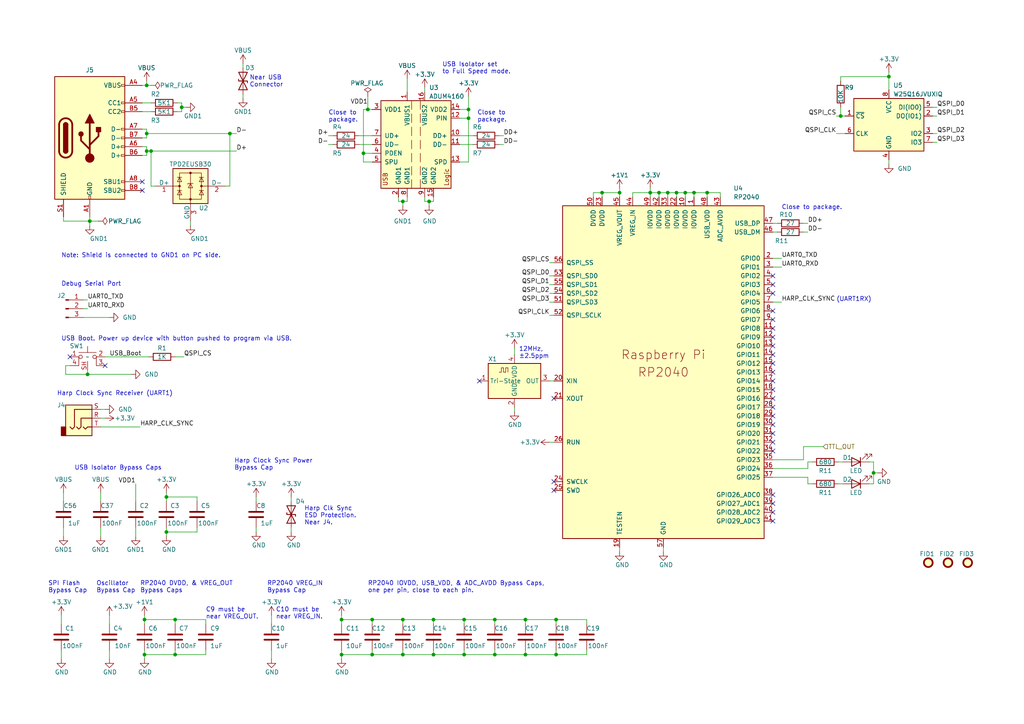
<source format=kicad_sch>
(kicad_sch (version 20231120) (generator "eeschema") (generator_version "8.0")
  (paper "A4")
  (title_block (title "RENAME THIS TEMPLATE") (date "2023-09-01") (rev "0.1") (company "The Allen Institute"))
  (junction (at 52.705 31.115))
  (junction (at 174.625 55.88))
  (junction (at 191.135 55.88))
  (junction (at 50.8 179.705))
  (junction (at 201.295 55.88))
  (junction (at 116.84 58.42))
  (junction (at 105.41 44.45))
  (junction (at 107.95 189.865))
  (junction (at 253.365 137.16))
  (junction (at 99.06 189.865))
  (junction (at 41.91 179.705))
  (junction (at 25.4 108.585))
  (junction (at 179.705 55.88))
  (junction (at 99.06 179.705))
  (junction (at 134.62 189.865))
  (junction (at 43.815 43.815))
  (junction (at 116.84 189.865))
  (junction (at 152.4 189.865))
  (junction (at 161.29 179.705))
  (junction (at 243.84 33.655))
  (junction (at 134.62 179.705))
  (junction (at 26.035 64.135))
  (junction (at 42.545 43.815))
  (junction (at 125.73 179.705))
  (junction (at 41.91 189.865))
  (junction (at 116.84 179.705))
  (junction (at 152.4 179.705))
  (junction (at 205.105 55.88))
  (junction (at 42.545 38.735))
  (junction (at 193.675 55.88))
  (junction (at 50.8 189.865))
  (junction (at 48.26 154.305))
  (junction (at 143.51 179.705))
  (junction (at 196.215 55.88))
  (junction (at 135.89 31.75))
  (junction (at 107.95 179.705))
  (junction (at 42.545 24.765))
  (junction (at 66.675 38.735))
  (junction (at 124.46 58.42))
  (junction (at 161.29 189.865))
  (junction (at 188.595 55.88))
  (junction (at 257.81 22.225))
  (junction (at 125.73 189.865))
  (junction (at 198.755 55.88))
  (junction (at 48.26 144.145))
  (junction (at 106.68 31.75))
  (junction (at 143.51 189.865))
  (junction (at 135.89 34.29))
  (no_connect (at 41.275 55.245))
  (no_connect (at 224.155 130.81))
  (no_connect (at 224.155 95.25))
  (no_connect (at 224.155 120.65))
  (no_connect (at 224.155 110.49))
  (no_connect (at 224.155 113.03))
  (no_connect (at 224.155 90.17))
  (no_connect (at 224.155 102.87))
  (no_connect (at 224.155 148.59))
  (no_connect (at 224.155 82.55))
  (no_connect (at 224.155 125.73))
  (no_connect (at 224.155 107.95))
  (no_connect (at 224.155 80.01))
  (no_connect (at 224.155 115.57))
  (no_connect (at 224.155 118.11))
  (no_connect (at 20.32 103.505))
  (no_connect (at 224.155 146.05))
  (no_connect (at 224.155 143.51))
  (no_connect (at 224.155 151.13))
  (no_connect (at 224.155 128.27))
  (no_connect (at 30.48 106.045))
  (no_connect (at 160.655 115.57))
  (no_connect (at 224.155 105.41))
  (no_connect (at 224.155 85.09))
  (no_connect (at 224.155 123.19))
  (no_connect (at 224.155 97.79))
  (no_connect (at 41.275 52.705))
  (no_connect (at 160.655 139.7))
  (no_connect (at 224.155 92.71))
  (no_connect (at 224.155 100.33))
  (no_connect (at 160.655 142.24))
  (no_connect (at 139.065 110.49))
  (wire (pts (xy 243.84 22.225) (xy 257.81 22.225)))
  (wire (pts (xy 234.315 138.43) (xy 224.155 138.43)))
  (wire (pts (xy 31.75 178.435) (xy 31.75 180.975)))
  (wire (pts (xy 57.15 154.305) (xy 57.15 153.035)))
  (wire (pts (xy 95.25 39.37) (xy 96.52 39.37)))
  (wire (pts (xy 104.14 39.37) (xy 107.95 39.37)))
  (wire (pts (xy 106.68 27.94) (xy 106.68 31.75)))
  (wire (pts (xy 196.215 55.88) (xy 196.215 57.15)))
  (wire (pts (xy 193.675 55.88) (xy 196.215 55.88)))
  (wire (pts (xy 257.81 22.225) (xy 257.81 26.035)))
  (wire (pts (xy 243.84 23.495) (xy 243.84 22.225)))
  (wire (pts (xy 99.06 179.705) (xy 99.06 180.975)))
  (wire (pts (xy 25.4 107.315) (xy 25.4 108.585)))
  (wire (pts (xy 41.91 179.705) (xy 50.8 179.705)))
  (wire (pts (xy 124.46 58.42) (xy 125.73 58.42)))
  (wire (pts (xy 123.19 58.42) (xy 124.46 58.42)))
  (wire (pts (xy 18.415 153.035) (xy 18.415 155.575)))
  (wire (pts (xy 252.095 133.985) (xy 253.365 133.985)))
  (wire (pts (xy 18.415 62.865) (xy 18.415 64.135)))
  (wire (pts (xy 42.545 42.545) (xy 42.545 43.815)))
  (wire (pts (xy 39.37 140.335) (xy 39.37 145.415)))
  (wire (pts (xy 42.545 43.815) (xy 42.545 45.085)))
  (wire (pts (xy 253.365 137.16) (xy 254.635 137.16)))
  (wire (pts (xy 30.48 103.505) (xy 43.18 103.505)))
  (wire (pts (xy 270.51 38.735) (xy 271.78 38.735)))
  (wire (pts (xy 144.78 41.91) (xy 146.05 41.91)))
  (wire (pts (xy 253.365 137.16) (xy 253.365 140.335)))
  (wire (pts (xy 107.95 188.595) (xy 107.95 189.865)))
  (wire (pts (xy 48.26 142.875) (xy 48.26 144.145)))
  (wire (pts (xy 243.84 31.115) (xy 243.84 33.655)))
  (wire (pts (xy 143.51 179.705) (xy 143.51 180.975)))
  (wire (pts (xy 19.05 108.585) (xy 19.05 106.045)))
  (wire (pts (xy 134.62 179.705) (xy 143.51 179.705)))
  (wire (pts (xy 29.21 123.825) (xy 40.64 123.825)))
  (wire (pts (xy 125.73 180.975) (xy 125.73 179.705)))
  (wire (pts (xy 170.18 188.595) (xy 170.18 189.865)))
  (wire (pts (xy 160.655 80.01) (xy 159.385 80.01)))
  (wire (pts (xy 18.415 142.875) (xy 18.415 145.415)))
  (wire (pts (xy 134.62 189.865) (xy 125.73 189.865)))
  (wire (pts (xy 39.37 153.035) (xy 39.37 155.575)))
  (wire (pts (xy 116.84 179.705) (xy 116.84 180.975)))
  (wire (pts (xy 143.51 188.595) (xy 143.51 189.865)))
  (wire (pts (xy 66.675 38.735) (xy 66.675 53.975)))
  (wire (pts (xy 160.655 82.55) (xy 159.385 82.55)))
  (wire (pts (xy 201.295 55.88) (xy 201.295 57.15)))
  (wire (pts (xy 123.19 57.15) (xy 123.19 58.42)))
  (wire (pts (xy 252.095 140.335) (xy 253.365 140.335)))
  (wire (pts (xy 125.73 188.595) (xy 125.73 189.865)))
  (wire (pts (xy 224.155 67.31) (xy 225.425 67.31)))
  (wire (pts (xy 133.35 41.91) (xy 137.16 41.91)))
  (wire (pts (xy 115.57 57.15) (xy 115.57 58.42)))
  (wire (pts (xy 135.89 31.75) (xy 133.35 31.75)))
  (wire (pts (xy 224.155 133.35) (xy 233.045 133.35)))
  (wire (pts (xy 242.57 33.655) (xy 243.84 33.655)))
  (wire (pts (xy 188.595 55.88) (xy 183.515 55.88)))
  (wire (pts (xy 198.755 55.88) (xy 201.295 55.88)))
  (wire (pts (xy 42.545 45.085) (xy 41.275 45.085)))
  (wire (pts (xy 125.73 189.865) (xy 116.84 189.865)))
  (wire (pts (xy 188.595 55.88) (xy 191.135 55.88)))
  (wire (pts (xy 208.915 55.88) (xy 205.105 55.88)))
  (wire (pts (xy 43.815 53.975) (xy 45.085 53.975)))
  (wire (pts (xy 233.045 64.77) (xy 234.315 64.77)))
  (wire (pts (xy 41.91 189.865) (xy 41.91 191.135)))
  (wire (pts (xy 59.69 189.865) (xy 59.69 188.595)))
  (wire (pts (xy 243.205 140.335) (xy 244.475 140.335)))
  (wire (pts (xy 116.84 58.42) (xy 116.84 59.69)))
  (wire (pts (xy 196.215 55.88) (xy 198.755 55.88)))
  (wire (pts (xy 205.105 55.88) (xy 201.295 55.88)))
  (wire (pts (xy 133.35 34.29) (xy 135.89 34.29)))
  (wire (pts (xy 19.05 108.585) (xy 25.4 108.585)))
  (wire (pts (xy 243.84 33.655) (xy 245.11 33.655)))
  (wire (pts (xy 42.545 24.765) (xy 41.275 24.765)))
  (wire (pts (xy 42.545 23.495) (xy 42.545 24.765)))
  (wire (pts (xy 174.625 55.88) (xy 174.625 57.15)))
  (wire (pts (xy 105.41 46.99) (xy 105.41 44.45)))
  (wire (pts (xy 51.435 29.845) (xy 52.705 29.845)))
  (wire (pts (xy 70.485 27.305) (xy 70.485 28.575)))
  (wire (pts (xy 48.26 154.305) (xy 57.15 154.305)))
  (wire (pts (xy 43.815 24.765) (xy 42.545 24.765)))
  (wire (pts (xy 70.485 18.415) (xy 70.485 19.685)))
  (wire (pts (xy 179.705 55.88) (xy 174.625 55.88)))
  (wire (pts (xy 50.8 179.705) (xy 59.69 179.705)))
  (wire (pts (xy 234.315 135.89) (xy 234.315 133.985)))
  (wire (pts (xy 152.4 188.595) (xy 152.4 189.865)))
  (wire (pts (xy 55.245 64.135) (xy 55.245 65.405)))
  (wire (pts (xy 243.205 133.985) (xy 244.475 133.985)))
  (wire (pts (xy 118.11 57.15) (xy 118.11 58.42)))
  (wire (pts (xy 74.295 144.145) (xy 74.295 145.415)))
  (wire (pts (xy 144.78 39.37) (xy 146.05 39.37)))
  (wire (pts (xy 50.8 180.975) (xy 50.8 179.705)))
  (wire (pts (xy 198.755 55.88) (xy 198.755 57.15)))
  (wire (pts (xy 78.74 188.595) (xy 78.74 191.135)))
  (wire (pts (xy 43.815 43.815) (xy 43.815 53.975)))
  (wire (pts (xy 135.89 34.29) (xy 135.89 46.99)))
  (wire (pts (xy 174.625 55.88) (xy 172.085 55.88)))
  (wire (pts (xy 41.91 188.595) (xy 41.91 189.865)))
  (wire (pts (xy 159.385 91.44) (xy 160.655 91.44)))
  (wire (pts (xy 161.29 189.865) (xy 170.18 189.865)))
  (wire (pts (xy 42.545 38.735) (xy 66.675 38.735)))
  (wire (pts (xy 105.41 44.45) (xy 105.41 31.75)))
  (wire (pts (xy 183.515 55.88) (xy 183.515 57.15)))
  (wire (pts (xy 133.35 39.37) (xy 137.16 39.37)))
  (wire (pts (xy 24.13 89.535) (xy 25.4 89.535)))
  (wire (pts (xy 159.385 128.27) (xy 160.655 128.27)))
  (wire (pts (xy 118.11 58.42) (xy 116.84 58.42)))
  (wire (pts (xy 26.035 64.135) (xy 28.575 64.135)))
  (wire (pts (xy 52.705 32.385) (xy 52.705 31.115)))
  (wire (pts (xy 179.705 55.88) (xy 179.705 57.15)))
  (wire (pts (xy 135.89 46.99) (xy 133.35 46.99)))
  (wire (pts (xy 116.84 189.865) (xy 107.95 189.865)))
  (wire (pts (xy 25.4 108.585) (xy 38.1 108.585)))
  (wire (pts (xy 66.675 38.735) (xy 68.58 38.735)))
  (wire (pts (xy 42.545 40.005) (xy 41.275 40.005)))
  (wire (pts (xy 257.81 46.355) (xy 257.81 47.625)))
  (wire (pts (xy 191.135 55.88) (xy 191.135 57.15)))
  (wire (pts (xy 29.21 153.035) (xy 29.21 155.575)))
  (wire (pts (xy 179.705 54.61) (xy 179.705 55.88)))
  (wire (pts (xy 50.8 189.865) (xy 59.69 189.865)))
  (wire (pts (xy 17.78 188.595) (xy 17.78 191.135)))
  (wire (pts (xy 233.045 129.54) (xy 233.045 133.35)))
  (wire (pts (xy 179.705 158.75) (xy 179.705 160.02)))
  (wire (pts (xy 125.73 179.705) (xy 134.62 179.705)))
  (wire (pts (xy 84.455 153.035) (xy 84.455 154.305)))
  (wire (pts (xy 107.95 31.75) (xy 106.68 31.75)))
  (wire (pts (xy 188.595 54.61) (xy 188.595 55.88)))
  (wire (pts (xy 118.11 22.86) (xy 118.11 26.67)))
  (wire (pts (xy 99.06 188.595) (xy 99.06 189.865)))
  (wire (pts (xy 234.315 140.335) (xy 234.315 138.43)))
  (wire (pts (xy 152.4 180.975) (xy 152.4 179.705)))
  (wire (pts (xy 99.06 179.705) (xy 107.95 179.705)))
  (wire (pts (xy 205.105 55.88) (xy 205.105 57.15)))
  (wire (pts (xy 41.91 189.865) (xy 50.8 189.865)))
  (wire (pts (xy 107.95 46.99) (xy 105.41 46.99)))
  (wire (pts (xy 149.225 118.11) (xy 149.225 119.38)))
  (wire (pts (xy 152.4 189.865) (xy 161.29 189.865)))
  (wire (pts (xy 52.705 31.115) (xy 52.705 29.845)))
  (wire (pts (xy 24.13 86.995) (xy 25.4 86.995)))
  (wire (pts (xy 224.155 74.93) (xy 226.695 74.93)))
  (wire (pts (xy 161.29 179.705) (xy 152.4 179.705)))
  (wire (pts (xy 143.51 189.865) (xy 134.62 189.865)))
  (wire (pts (xy 208.915 57.15) (xy 208.915 55.88)))
  (wire (pts (xy 17.78 178.435) (xy 17.78 180.975)))
  (wire (pts (xy 188.595 55.88) (xy 188.595 57.15)))
  (wire (pts (xy 159.385 110.49) (xy 160.655 110.49)))
  (wire (pts (xy 224.155 77.47) (xy 226.695 77.47)))
  (wire (pts (xy 253.365 133.985) (xy 253.365 137.16)))
  (wire (pts (xy 161.29 180.975) (xy 161.29 179.705)))
  (wire (pts (xy 234.315 133.985) (xy 235.585 133.985)))
  (wire (pts (xy 123.19 25.4) (xy 123.19 26.67)))
  (wire (pts (xy 41.91 178.435) (xy 41.91 179.705)))
  (wire (pts (xy 238.76 129.54) (xy 233.045 129.54)))
  (wire (pts (xy 224.155 135.89) (xy 234.315 135.89)))
  (wire (pts (xy 48.26 153.035) (xy 48.26 154.305)))
  (wire (pts (xy 18.415 64.135) (xy 26.035 64.135)))
  (wire (pts (xy 57.15 145.415) (xy 57.15 144.145)))
  (wire (pts (xy 41.275 29.845) (xy 43.815 29.845)))
  (wire (pts (xy 29.21 142.875) (xy 29.21 145.415)))
  (wire (pts (xy 224.155 87.63) (xy 226.695 87.63)))
  (wire (pts (xy 26.035 62.865) (xy 26.035 64.135)))
  (wire (pts (xy 143.51 179.705) (xy 152.4 179.705)))
  (wire (pts (xy 270.51 33.655) (xy 271.78 33.655)))
  (wire (pts (xy 48.26 154.305) (xy 48.26 155.575)))
  (wire (pts (xy 116.84 188.595) (xy 116.84 189.865)))
  (wire (pts (xy 116.84 58.42) (xy 115.57 58.42)))
  (wire (pts (xy 193.675 55.88) (xy 193.675 57.15)))
  (wire (pts (xy 170.18 180.975) (xy 170.18 179.705)))
  (wire (pts (xy 270.51 31.115) (xy 271.78 31.115)))
  (wire (pts (xy 224.155 64.77) (xy 225.425 64.77)))
  (wire (pts (xy 29.21 118.745) (xy 30.48 118.745)))
  (wire (pts (xy 41.275 37.465) (xy 42.545 37.465)))
  (wire (pts (xy 42.545 37.465) (xy 42.545 38.735)))
  (wire (pts (xy 99.06 189.865) (xy 107.95 189.865)))
  (wire (pts (xy 160.655 87.63) (xy 159.385 87.63)))
  (wire (pts (xy 159.385 76.2) (xy 160.655 76.2)))
  (wire (pts (xy 42.545 43.815) (xy 43.815 43.815)))
  (wire (pts (xy 24.13 92.075) (xy 31.75 92.075)))
  (wire (pts (xy 161.29 189.865) (xy 161.29 188.595)))
  (wire (pts (xy 172.085 55.88) (xy 172.085 57.15)))
  (wire (pts (xy 235.585 140.335) (xy 234.315 140.335)))
  (wire (pts (xy 152.4 189.865) (xy 143.51 189.865)))
  (wire (pts (xy 41.91 179.705) (xy 41.91 180.975)))
  (wire (pts (xy 107.95 179.705) (xy 107.95 180.975)))
  (wire (pts (xy 135.89 27.94) (xy 135.89 31.75)))
  (wire (pts (xy 106.68 31.75) (xy 105.41 31.75)))
  (wire (pts (xy 134.62 179.705) (xy 134.62 180.975)))
  (wire (pts (xy 191.135 55.88) (xy 193.675 55.88)))
  (wire (pts (xy 74.295 153.035) (xy 74.295 154.305)))
  (wire (pts (xy 78.74 178.435) (xy 78.74 180.975)))
  (wire (pts (xy 84.455 144.145) (xy 84.455 145.415)))
  (wire (pts (xy 233.045 67.31) (xy 234.315 67.31)))
  (wire (pts (xy 50.8 189.865) (xy 50.8 188.595)))
  (wire (pts (xy 51.435 32.385) (xy 52.705 32.385)))
  (wire (pts (xy 99.06 189.865) (xy 99.06 191.135)))
  (wire (pts (xy 242.57 38.735) (xy 245.11 38.735)))
  (wire (pts (xy 31.75 188.595) (xy 31.75 191.135)))
  (wire (pts (xy 52.705 31.115) (xy 53.975 31.115)))
  (wire (pts (xy 19.05 106.045) (xy 20.32 106.045)))
  (wire (pts (xy 41.275 42.545) (xy 42.545 42.545)))
  (wire (pts (xy 160.655 85.09) (xy 159.385 85.09)))
  (wire (pts (xy 192.405 158.75) (xy 192.405 160.02)))
  (wire (pts (xy 125.73 58.42) (xy 125.73 57.15)))
  (wire (pts (xy 41.275 32.385) (xy 43.815 32.385)))
  (wire (pts (xy 134.62 188.595) (xy 134.62 189.865)))
  (wire (pts (xy 59.69 180.975) (xy 59.69 179.705)))
  (wire (pts (xy 48.26 144.145) (xy 48.26 145.415)))
  (wire (pts (xy 116.84 179.705) (xy 125.73 179.705)))
  (wire (pts (xy 104.14 41.91) (xy 107.95 41.91)))
  (wire (pts (xy 257.81 20.955) (xy 257.81 22.225)))
  (wire (pts (xy 107.95 44.45) (xy 105.41 44.45)))
  (wire (pts (xy 124.46 58.42) (xy 124.46 59.69)))
  (wire (pts (xy 57.15 144.145) (xy 48.26 144.145)))
  (wire (pts (xy 43.815 43.815) (xy 68.58 43.815)))
  (wire (pts (xy 29.21 121.285) (xy 30.48 121.285)))
  (wire (pts (xy 149.225 100.965) (xy 149.225 102.87)))
  (wire (pts (xy 66.675 53.975) (xy 65.405 53.975)))
  (wire (pts (xy 42.545 38.735) (xy 42.545 40.005)))
  (wire (pts (xy 170.18 179.705) (xy 161.29 179.705)))
  (wire (pts (xy 95.25 41.91) (xy 96.52 41.91)))
  (wire (pts (xy 270.51 41.275) (xy 271.78 41.275)))
  (wire (pts (xy 116.84 179.705) (xy 107.95 179.705)))
  (wire (pts (xy 26.035 64.135) (xy 26.035 65.405)))
  (wire (pts (xy 50.8 103.505) (xy 53.34 103.505)))
  (wire (pts (xy 99.06 178.435) (xy 99.06 179.705)))
  (wire (pts (xy 135.89 31.75) (xy 135.89 34.29)))
  (text "Close to\npackage." (at 95.25 35.56 0) (effects (font (size 1.27 1.27)) (justify left bottom)))
  (text "Close to\npackage." (at 138.43 35.56 0) (effects (font (size 1.27 1.27)) (justify left bottom)))
  (text "Near USB\nConnector" (at 72.39 25.4 0) (effects (font (size 1.27 1.27)) (justify left bottom)))
  (text "Close to package." (at 226.695 60.96 0) (effects (font (size 1.27 1.27)) (justify left bottom)))
  (text "(UART1RX)" (at 242.57 87.63 0) (effects (font (size 1.27 1.27)) (justify left bottom)))
  (text "Harp Clk Sync\nESD Protection.\nNear J4." (at 88.265 152.4 0) (effects (font (size 1.27 1.27)) (justify left bottom)))
  (text "RP2040 VREG_IN\nBypass Cap" (at 77.47 172.085 0) (effects (font (size 1.27 1.27)) (justify left bottom)))
  (text "Oscillator\nBypass Cap" (at 27.94 172.085 0) (effects (font (size 1.27 1.27)) (justify left bottom)))
  (text "Harp Clock Sync Power\nBypass Cap" (at 67.945 136.525 0) (effects (font (size 1.27 1.27)) (justify left bottom)))
  (text "C10 must be \nnear VREG_IN." (at 80.01 179.705 0) (effects (font (size 1.27 1.27)) (justify left bottom)))
  (text "RP2040 DVDD, & VREG_OUT \nBypass Caps" (at 40.64 172.085 0) (effects (font (size 1.27 1.27)) (justify left bottom)))
  (text "Debug Serial Port" (at 17.78 83.185 0) (effects (font (size 1.27 1.27)) (justify left bottom)))
  (text "USB Boot. Power up device with button pushed to program via USB." (at 17.78 99.06 0) (effects (font (size 1.27 1.27)) (justify left bottom)))
  (text "C9 must be \nnear VREG_OUT." (at 59.69 179.705 0) (effects (font (size 1.27 1.27)) (justify left bottom)))
  (text "Harp Clock Sync Receiver (UART1)" (at 16.51 114.935 0) (effects (font (size 1.27 1.27)) (justify left bottom)))
  (text "12MHz,\n±2.5ppm" (at 150.495 104.14 0) (effects (font (size 1.27 1.27)) (justify left bottom)))
  (text "Note: Shield is connected to GND1 on PC side." (at 17.78 74.93 0) (effects (font (size 1.27 1.27)) (justify left bottom)))
  (text "RP2040 IOVDD, USB_VDD, & ADC_AVDD Bypass Caps, \none per pin, close to each pin." (at 106.68 172.085 0) (effects (font (size 1.27 1.27)) (justify left bottom)))
  (text "USB Isolator Bypass Caps" (at 21.59 136.525 0) (effects (font (size 1.27 1.27)) (justify left bottom)))
  (text "SPI Flash\nBypass Cap" (at 13.97 172.085 0) (effects (font (size 1.27 1.27)) (justify left bottom)))
  (text "USB Isolator set\nto Full Speed mode." (at 128.27 21.59 0) (effects (font (size 1.27 1.27)) (justify left bottom)))
  (label "HARP_CLK_SYNC" (at 40.64 123.825 0))
  (label "QSPI_CS" (at 53.34 103.505 0))
  (label "UART0_TXD" (at 226.695 74.93 0))
  (label "QSPI_D3" (at 159.385 87.63 180))
  (label "QSPI_D2" (at 159.385 85.09 180))
  (label "D-" (at 95.25 41.91 180))
  (label "UART0_RXD" (at 25.4 89.535 0))
  (label "QSPI_D1" (at 159.385 82.55 180))
  (label "QSPI_D0" (at 271.78 31.115 0))
  (label "DD-" (at 146.05 41.91 0))
  (label "QSPI_D3" (at 271.78 41.275 0))
  (label "DD+" (at 146.05 39.37 0))
  (label "HARP_CLK_SYNC" (at 226.695 87.63 0))
  (label "QSPI_CS" (at 242.57 33.655 180))
  (label "USB_Boot" (at 31.75 103.505 0))
  (label "UART0_TXD" (at 25.4 86.995 0))
  (label "QSPI_CLK" (at 242.57 38.735 180))
  (label "DD-" (at 234.315 67.31 0))
  (label "UART0_RXD" (at 226.695 77.47 0))
  (label "D-" (at 68.58 38.735 0))
  (label "QSPI_D2" (at 271.78 38.735 0))
  (label "VDD1" (at 106.68 30.48 180))
  (label "VDD1" (at 39.37 140.335 180))
  (label "D+" (at 68.58 43.815 0))
  (label "D+" (at 95.25 39.37 180))
  (label "QSPI_D1" (at 271.78 33.655 0))
  (label "QSPI_D0" (at 159.385 80.01 180))
  (label "QSPI_CLK" (at 159.385 91.44 180))
  (label "QSPI_CS" (at 159.385 76.2 180))
  (label "DD+" (at 234.315 64.77 0))
  (hierarchical_label "TTL_OUT" (shape input) (at 238.76 129.54 0))
  (symbol (lib_id "power:+3.3V") (at 135.89 27.94 0) (unit 1)
    (property "Reference" "#PWR029" (effects (hide yes)))
    (property "Value" "+3.3V" (at 135.89 24.13 0))
  )
  (symbol (lib_id "Device:R") (at 47.625 32.385 90) (unit 1)
    (property "Reference" "R3" (at 45.085 34.925 90))
    (property "Value" "5K1" (at 47.625 32.385 90))
    (property "Footprint" "Resistor_SMD:R_0402_1005Metric" (effects (hide yes)))
    (property "Datasheet" "https://www.yageo.com/upload/media/product/productsearch/datasheet/rchip/PYu-RT_1-to-0.01_RoHS_L_13.pdf" (effects (hide yes)))
    (property "Link" "https://www.digikey.com/en/products/detail/yageo/RT0402FRE075K1L/1072083" (effects (hide yes)))
    (property "Manufacturer" "Yageo" (effects (hide yes)))
    (property "Manufacturer Number" "RT0402FRE075K1L" (effects (hide yes)))
    (property "Tolerance" "1%" (effects (hide yes)))
    (property "PCBWay Link" "https://www.pcbway.com/components/detail/RT0402FRE075K1L/449762/" (effects (hide yes)))
  )
  (symbol (lib_id "power:GND") (at 84.455 154.305 0) (unit 1)
    (property "Reference" "#PWR095" (effects (hide yes)))
    (property "Value" "GND" (at 83.185 158.115 0) (effects (justify left)))
  )
  (symbol (lib_id "Mechanical:Fiducial") (at 269.24 163.195 0) (unit 1)
    (property "Reference" "FID1" (at 266.7 160.655 0) (effects (justify left)))
    (property "Value" "Fiducial" (effects (hide yes)))
    (property "Footprint" "Fiducial:Fiducial_0.5mm_Mask1mm" (effects (hide yes)))
    (property "Datasheet" "n/a" (effects (hide yes)))
    (property "Link" "n/a" (effects (hide yes)))
    (property "Manufacturer" "n/a" (effects (hide yes)))
    (property "Manufacturer Number" "n/a" (effects (hide yes)))
  )
  (symbol (lib_id "power:GND1") (at 70.485 28.575 0) (unit 1)
    (property "Reference" "#PWR079" (effects (hide yes)))
    (property "Value" "GND1" (at 70.485 32.385 0))
  )
  (symbol (lib_id "Device:R") (at 243.84 27.305 180) (unit 1)
    (property "Reference" "R9" (at 247.65 25.4 0) (effects (justify left)))
    (property "Value" "10K" (at 243.84 26.035 90) (effects (justify left)))
    (property "Footprint" "Resistor_SMD:R_0402_1005Metric" (effects (hide yes)))
    (property "Datasheet" "https://www.koaspeer.com/pdfs/SG73P.pdf" (effects (hide yes)))
    (property "Link" "https://www.digikey.com/en/products/detail/koa-speer-electronics-inc/SG73P1EWTTP1002F/14316756" (effects (hide yes)))
    (property "Manufacturer" "KOA Speer Electronics, Inc." (effects (hide yes)))
    (property "Manufacturer Number" "SG73P1EWTTP1002F" (effects (hide yes)))
  )
  (symbol (lib_id "Device:R") (at 100.33 41.91 90) (unit 1)
    (property "Reference" "R5" (at 97.79 44.45 90))
    (property "Value" "24" (at 100.33 41.91 90))
    (property "Footprint" "Resistor_SMD:R_0402_1005Metric" (effects (hide yes)))
    (property "Datasheet" "https://www.yageo.com/upload/media/product/productsearch/datasheet/rchip/PYu-AC_51_RoHS_L_10.pdf" (effects (hide yes)))
    (property "Link" "https://www.digikey.com/en/products/detail/yageo/AC0402FR-0724RL/5895214" (effects (hide yes)))
    (property "Manufacturer" "Yageo" (effects (hide yes)))
    (property "Manufacturer Number" "AC0402FR-0724RL" (effects (hide yes)))
    (property "Tolerance" "1%" (effects (hide yes)))
  )
  (symbol (lib_id "Memory_Flash:W25Q128JVS") (at 257.81 36.195 0) (unit 1)
    (property "Reference" "U5" (at 259.08 24.765 0) (effects (justify left)))
    (property "Value" "W25Q16JVUXIQ" (at 259.08 27.305 0) (effects (justify left)))
    (property "Footprint" "kicad_component_library:Winbond-8USON-2x3mm" (effects (hide yes)))
    (property "Datasheet" "https://www.winbond.com/resource-files/w25q16jv%20spi%20revh%2004082019%20plus.pdf" (effects (hide yes)))
    (property "Link" "https://www.digikey.com/en/products/detail/winbond-electronics/W25Q16JVUXIQ-TR/15182017" (effects (hide yes)))
    (property "Manufacturer" "Winbond Electronics" (effects (hide yes)))
    (property "Manufacturer Number" "W25Q16JVUXIQ TR" (effects (hide yes)))
    (property "PCBWay Link" "https://www.pcbway.com/components" (effects (hide yes)))
  )
  (symbol (lib_id "Device:C") (at 41.91 184.785 180) (unit 1)
    (property "Reference" "C6" (at 45.72 182.245 0) (effects (justify left)))
    (property "Value" "100nF" (at 48.26 187.325 0) (effects (justify left)))
    (property "Footprint" "Capacitor_SMD:C_0402_1005Metric" (effects (hide yes)))
    (property "Datasheet" "http://www.passivecomponent.com/wp-content/uploads/datasheet/WTC_MLCC_General_Purpose.pdf" (effects (hide yes)))
    (property "Link" "https://www.digikey.com/en/products/detail/walsin-technology-corporation/0402B104K160CT/6707534" (effects (hide yes)))
    (property "Manufacturer" "Walson Technology Corporation" (effects (hide yes)))
    (property "Manufacturer Number" "0402B104K160CT" (effects (hide yes)))
    (property "Rated Voltage" "16V" (effects (hide yes)))
    (property "Temperature Coefficient" "X7R" (effects (hide yes)))
    (property "Tolerance" "10%" (effects (hide yes)))
    (property "PCBWay Link" "https://www.pcbway.com/components/detail/0402B104K160CT/307171/" (effects (hide yes)))
  )
  (symbol (lib_id "Mechanical:Fiducial") (at 274.955 163.195 0) (unit 1)
    (property "Reference" "FID2" (at 272.415 160.655 0) (effects (justify left)))
    (property "Value" "Fiducial" (effects (hide yes)))
    (property "Footprint" "Fiducial:Fiducial_0.5mm_Mask1mm" (effects (hide yes)))
    (property "Datasheet" "n/a" (effects (hide yes)))
    (property "Link" "n/a" (effects (hide yes)))
    (property "Manufacturer" "n/a" (effects (hide yes)))
    (property "Manufacturer Number" "n/a" (effects (hide yes)))
  )
  (symbol (lib_id "power:GND") (at 31.75 191.135 0) (unit 1)
    (property "Reference" "#PWR012" (effects (hide yes)))
    (property "Value" "GND" (at 29.845 194.945 0) (effects (justify left)))
  )
  (symbol (lib_id "Device:C") (at 31.75 184.785 180) (unit 1)
    (property "Reference" "C4" (at 35.56 182.245 0) (effects (justify left)))
    (property "Value" "10nF" (at 38.1 187.325 0) (effects (justify left)))
    (property "Footprint" "Capacitor_SMD:C_0402_1005Metric" (effects (hide yes)))
    (property "Datasheet" "https://www.yageo.com/upload/media/product/productsearch/datasheet/mlcc/UPY-GPHC_X7R_6.3V-to-250V_23.pdf" (effects (hide yes)))
    (property "Link" "https://www.digikey.com/en/products/detail/yageo/CC0402KPX7R8BB103/11490384" (effects (hide yes)))
    (property "Manufacturer" "Yageo" (effects (hide yes)))
    (property "Manufacturer Number" "CC0402KPX7R8BB103" (effects (hide yes)))
    (property "Rated Voltage" "25V" (effects (hide yes)))
    (property "Temperature Coefficient" "X7R" (effects (hide yes)))
    (property "Tolerance" "10%" (effects (hide yes)))
  )
  (symbol (lib_id "power:GND1") (at 116.84 59.69 0) (unit 1)
    (property "Reference" "#PWR025" (effects (hide yes)))
    (property "Value" "GND1" (at 116.84 64.135 0))
  )
  (symbol (lib_id "power:GND1") (at 29.21 155.575 0) (unit 1)
    (property "Reference" "#PWR065" (effects (hide yes)))
    (property "Value" "GND1" (at 29.21 159.385 0))
  )
  (symbol (lib_id "power:+3.3V") (at 31.75 178.435 0) (unit 1)
    (property "Reference" "#PWR064" (effects (hide yes)))
    (property "Value" "+3.3V" (at 35.56 175.895 0))
  )
  (symbol (lib_id "power:GND") (at 38.1 108.585 90) (unit 1)
    (property "Reference" "#PWR010" (effects (hide yes)))
    (property "Value" "GND" (at 41.91 108.5849 90) (effects (justify right)))
  )
  (symbol (lib_id "Device:C") (at 48.26 149.225 180) (unit 1)
    (property "Reference" "C3" (at 52.07 146.685 0) (effects (justify left)))
    (property "Value" "100nF" (at 54.61 151.765 0) (effects (justify left)))
    (property "Footprint" "Capacitor_SMD:C_0402_1005Metric" (effects (hide yes)))
    (property "Datasheet" "http://www.passivecomponent.com/wp-content/uploads/datasheet/WTC_MLCC_General_Purpose.pdf" (effects (hide yes)))
    (property "Link" "https://www.digikey.com/en/products/detail/walsin-technology-corporation/0402B104K160CT/6707534" (effects (hide yes)))
    (property "Manufacturer" "Walson Technology Corporation" (effects (hide yes)))
    (property "Manufacturer Number" "0402B104K160CT" (effects (hide yes)))
    (property "Rated Voltage" "16V" (effects (hide yes)))
    (property "Temperature Coefficient" "X7R" (effects (hide yes)))
    (property "Tolerance" "10%" (effects (hide yes)))
    (property "PCBWay Link" "https://www.pcbway.com/components/detail/0402B104K160CT/307171/" (effects (hide yes)))
  )
  (symbol (lib_id "power:GND") (at 192.405 160.02 0) (unit 1)
    (property "Reference" "#PWR036" (effects (hide yes)))
    (property "Value" "GND" (at 191.135 163.83 0) (effects (justify left)))
  )
  (symbol (lib_id "Device:C") (at 134.62 184.785 180) (unit 1)
    (property "Reference" "C15" (at 138.43 182.245 0) (effects (justify left)))
    (property "Value" "100nF" (at 140.97 187.325 0) (effects (justify left)))
    (property "Footprint" "Capacitor_SMD:C_0402_1005Metric" (effects (hide yes)))
    (property "Datasheet" "http://www.passivecomponent.com/wp-content/uploads/datasheet/WTC_MLCC_General_Purpose.pdf" (effects (hide yes)))
    (property "Link" "https://www.digikey.com/en/products/detail/walsin-technology-corporation/0402B104K160CT/6707534" (effects (hide yes)))
    (property "Manufacturer" "Walson Technology Corporation" (effects (hide yes)))
    (property "Manufacturer Number" "0402B104K160CT" (effects (hide yes)))
    (property "Rated Voltage" "16V" (effects (hide yes)))
    (property "Temperature Coefficient" "X7R" (effects (hide yes)))
    (property "Tolerance" "10%" (effects (hide yes)))
    (property "PCBWay Link" "https://www.pcbway.com/components/detail/0402B104K160CT/307171/" (effects (hide yes)))
  )
  (symbol (lib_id "power:+3.3V") (at 257.81 20.955 0) (unit 1)
    (property "Reference" "#PWR037" (effects (hide yes)))
    (property "Value" "+3.3V" (at 257.81 17.145 0))
  )
  (symbol (lib_id "power:+3.3V") (at 48.26 142.875 0) (unit 1)
    (property "Reference" "#PWR05" (effects (hide yes)))
    (property "Value" "+3.3V" (at 48.26 139.065 0))
  )
  (symbol (lib_id "power:VBUS") (at 70.485 18.415 0) (unit 1)
    (property "Reference" "#PWR055" (effects (hide yes)))
    (property "Value" "VBUS" (at 70.485 14.605 0))
  )
  (symbol (lib_id "power:+1V1") (at 41.91 178.435 0) (unit 1)
    (property "Reference" "#PWR014" (effects (hide yes)))
    (property "Value" "+1V1" (at 41.91 174.625 0))
  )
  (symbol (lib_id "power:PWR_FLAG") (at 43.815 24.765 270) (unit 1)
    (property "Reference" "#FLG02" (effects (hide yes)))
    (property "Value" "PWR_FLAG" (at 46.355 24.765 90) (effects (justify left)))
  )
  (symbol (lib_id "Device:LED") (at 248.285 140.335 180) (unit 1)
    (property "Reference" "D2" (at 245.745 139.065 0))
    (property "Value" "LED" (at 248.285 142.875 0))
    (property "Footprint" "LED_SMD:LED_0603_1608Metric_Pad1.05x0.95mm_HandSolder" (effects (hide yes)))
    (property "Datasheet" "https://www.sunledusa.com/products/spec/XZCDGK53W-1VF.pdf" (effects (hide yes)))
    (property "Link" "https://www.digikey.com/en/products/detail/sunled/XZCDGK53W-1VF/15761905" (effects (hide yes)))
    (property "Notes" "2mA, 98mcd, green" (effects (hide yes)))
    (property "Manufacturer" "SunLED" (effects (hide yes)))
    (property "Manufacturer Number" "XZCDGK53W-1VF" (effects (hide yes)))
  )
  (symbol (lib_id "power:GND") (at 74.295 154.305 0) (unit 1)
    (property "Reference" "#PWR018" (effects (hide yes)))
    (property "Value" "GND" (at 73.025 158.115 0) (effects (justify left)))
  )
  (symbol (lib_id "power:+3.3V") (at 74.295 144.145 0) (unit 1)
    (property "Reference" "#PWR017" (effects (hide yes)))
    (property "Value" "+3.3V" (at 74.295 140.335 0))
  )
  (symbol (lib_id "Device:R") (at 229.235 64.77 90) (unit 1)
    (property "Reference" "R10" (at 227.965 62.23 90))
    (property "Value" "27" (at 229.235 64.77 90))
    (property "Footprint" "Resistor_SMD:R_0402_1005Metric" (effects (hide yes)))
    (property "Datasheet" "RC0402FR-0727RL" (effects (hide yes)))
    (property "Link" "https://www.digikey.com/en/products/detail/yageo/RC0402FR-0727RL/5280946" (effects (hide yes)))
    (property "Manufacturer" "Yageo" (effects (hide yes)))
    (property "Manufacturer Number" "RC0402FR-0727RL" (effects (hide yes)))
    (property "Tolerance" "1%" (effects (hide yes)))
    (property "PCBWay Link" "https://www.pcbway.com/components/detail/RC0402FR0727RL/656670/" (effects (hide yes)))
  )
  (symbol (lib_id "Power_Protection:TPD2EUSB30") (at 55.245 53.975 0) (unit 1)
    (property "Reference" "U2" (at 59.055 60.325 0))
    (property "Value" "TPD2EUSB30" (at 55.245 47.625 0))
    (property "Footprint" "Package_TO_SOT_SMD:Texas_DRT-3" (effects (hide yes)))
    (property "Datasheet" "http://www.ti.com/lit/ds/symlink/tpd2eusb30a.pdf" (effects (hide yes)))
    (property "Link" "https://www.digikey.com/en/products/detail/texas-instruments/TPD2EUSB30DRTR/2193486" (effects (hide yes)))
    (property "PCBWay Link" "https://www.pcbway.com/components/detail/TPD2EUSB30ADRTR/324861/" (effects (hide yes)))
    (property "Manufacturer" "Texas Instruments" (effects (hide yes)))
    (property "Manufacturer Number" "TPD2EUSB30DRTR" (effects (hide yes)))
  )
  (symbol (lib_id "power:+3.3V") (at 99.06 178.435 0) (unit 1)
    (property "Reference" "#PWR023" (effects (hide yes)))
    (property "Value" "+3.3V" (at 99.06 174.625 0))
  )
  (symbol (lib_id "power:GND1") (at 26.035 65.405 0) (unit 1)
    (property "Reference" "#PWR04" (effects (hide yes)))
    (property "Value" "GND1" (at 26.035 69.215 0) (effects (justify left)))
  )
  (symbol (lib_id "Device:C") (at 116.84 184.785 180) (unit 1)
    (property "Reference" "C13" (at 120.65 182.245 0) (effects (justify left)))
    (property "Value" "100nF" (at 123.19 187.325 0) (effects (justify left)))
    (property "Footprint" "Capacitor_SMD:C_0402_1005Metric" (effects (hide yes)))
    (property "Datasheet" "http://www.passivecomponent.com/wp-content/uploads/datasheet/WTC_MLCC_General_Purpose.pdf" (effects (hide yes)))
    (property "Link" "https://www.digikey.com/en/products/detail/walsin-technology-corporation/0402B104K160CT/6707534" (effects (hide yes)))
    (property "Manufacturer" "Walson Technology Corporation" (effects (hide yes)))
    (property "Manufacturer Number" "0402B104K160CT" (effects (hide yes)))
    (property "Rated Voltage" "16V" (effects (hide yes)))
    (property "Temperature Coefficient" "X7R" (effects (hide yes)))
    (property "Tolerance" "10%" (effects (hide yes)))
    (property "PCBWay Link" "https://www.pcbway.com/components/detail/0402B104K160CT/307171/" (effects (hide yes)))
  )
  (symbol (lib_id "power:VBUS") (at 18.415 142.875 0) (unit 1)
    (property "Reference" "#PWR0117" (effects (hide yes)))
    (property "Value" "VBUS" (at 18.415 139.065 0))
  )
  (symbol (lib_id "power:+3.3V") (at 123.19 25.4 0) (unit 1)
    (property "Reference" "#PWR027" (effects (hide yes)))
    (property "Value" "+3.3V" (at 123.19 21.59 0))
  )
  (symbol (lib_id "Device:R") (at 47.625 29.845 90) (unit 1)
    (property "Reference" "R2" (at 45.085 27.305 90))
    (property "Value" "5K1" (at 47.625 29.845 90))
    (property "Footprint" "Resistor_SMD:R_0402_1005Metric" (effects (hide yes)))
    (property "Datasheet" "https://www.yageo.com/upload/media/product/productsearch/datasheet/rchip/PYu-RT_1-to-0.01_RoHS_L_13.pdf" (effects (hide yes)))
    (property "Link" "https://www.digikey.com/en/products/detail/yageo/RT0402FRE075K1L/1072083" (effects (hide yes)))
    (property "Manufacturer" "Yageo" (effects (hide yes)))
    (property "Manufacturer Number" "RT0402FRE075K1L" (effects (hide yes)))
    (property "Tolerance" "1%" (effects (hide yes)))
    (property "PCBWay Link" "https://www.pcbway.com/components/detail/RT0402FRE075K1L/449762/" (effects (hide yes)))
  )
  (symbol (lib_id "power:+3.3V") (at 78.74 178.435 0) (unit 1)
    (property "Reference" "#PWR021" (effects (hide yes)))
    (property "Value" "+3.3V" (at 78.74 174.625 0))
  )
  (symbol (lib_id "Device:R") (at 229.235 67.31 90) (unit 1)
    (property "Reference" "R11" (at 226.695 69.85 90))
    (property "Value" "27" (at 229.235 67.31 90))
    (property "Footprint" "Resistor_SMD:R_0402_1005Metric" (effects (hide yes)))
    (property "Datasheet" "RC0402FR-0727RL" (effects (hide yes)))
    (property "Link" "https://www.digikey.com/en/products/detail/yageo/RC0402FR-0727RL/5280946" (effects (hide yes)))
    (property "Manufacturer" "Yageo" (effects (hide yes)))
    (property "Manufacturer Number" "RC0402FR-0727RL" (effects (hide yes)))
    (property "Tolerance" "1%" (effects (hide yes)))
    (property "PCBWay Link" "https://www.pcbway.com/components/detail/RC0402FR0727RL/656670/" (effects (hide yes)))
  )
  (symbol (lib_id "power:GND") (at 99.06 191.135 0) (unit 1)
    (property "Reference" "#PWR024" (effects (hide yes)))
    (property "Value" "GND" (at 97.155 194.945 0) (effects (justify left)))
  )
  (symbol (lib_id "Device:C") (at 143.51 184.785 180) (unit 1)
    (property "Reference" "C16" (at 147.32 182.245 0) (effects (justify left)))
    (property "Value" "100nF" (at 149.86 187.325 0) (effects (justify left)))
    (property "Footprint" "Capacitor_SMD:C_0402_1005Metric" (effects (hide yes)))
    (property "Datasheet" "http://www.passivecomponent.com/wp-content/uploads/datasheet/WTC_MLCC_General_Purpose.pdf" (effects (hide yes)))
    (property "Link" "https://www.digikey.com/en/products/detail/walsin-technology-corporation/0402B104K160CT/6707534" (effects (hide yes)))
    (property "Manufacturer" "Walson Technology Corporation" (effects (hide yes)))
    (property "Manufacturer Number" "0402B104K160CT" (effects (hide yes)))
    (property "Rated Voltage" "16V" (effects (hide yes)))
    (property "Temperature Coefficient" "X7R" (effects (hide yes)))
    (property "Tolerance" "10%" (effects (hide yes)))
    (property "PCBWay Link" "https://www.pcbway.com/components/detail/0402B104K160CT/307171/" (effects (hide yes)))
  )
  (symbol (lib_id "Connector:Conn_01x03_Male") (at 19.05 89.535 0) (unit 1)
    (property "Reference" "J2" (at 17.78 85.725 0))
    (property "Value" "Conn_01x03_Male" (effects (hide yes)))
    (property "Footprint" "Connector_PinHeader_2.54mm:PinHeader_1x03_P2.54mm_Vertical" (effects (hide yes)))
    (property "Datasheet" "n/a" (effects (hide yes)))
    (property "Notes" "DNP" (effects (hide yes)))
    (property "Alternate" "n/a" (effects (hide yes)))
    (property "Link" "n/a" (effects (hide yes)))
    (property "Manufacturer" "n/a" (effects (hide yes)))
    (property "Manufacturer Number" "n/a" (effects (hide yes)))
  )
  (symbol (lib_id "pi_pico:RP2040") (at 192.405 107.95 0) (unit 1)
    (property "Reference" "U4" (at 212.725 54.61 0) (effects (justify left)))
    (property "Value" "RP2040" (at 212.725 57.15 0) (effects (justify left)))
    (property "Footprint" "kicad_component_library:RP2040-QFN-56" (effects (hide yes)))
    (property "Datasheet" "https://datasheets.raspberrypi.com/rp2040/rp2040-datasheet.pdf" (effects (hide yes)))
    (property "PCBWay Link" "https://www.pcbway.com/components/detail/SC091413/363165/" (effects (hide yes)))
    (property "Link" "https://www.digikey.com/en/products/detail/raspberry-pi/SC0914-13/14306010?s=N4IgTCBcDaIE4AcwAYAsyQF0C%2BQ" (effects (hide yes)))
    (property "Manufacturer Number" "SC0914(13)" (effects (hide yes)))
    (property "Manufacturer" "Raspberry Pi" (effects (hide yes)))
  )
  (symbol (lib_id "power:GND") (at 31.75 92.075 90) (unit 1)
    (property "Reference" "#PWR09" (effects (hide yes)))
    (property "Value" "GND" (at 35.56 92.0749 90) (effects (justify right)))
  )
  (symbol (lib_id "power:+3.3V") (at 188.595 54.61 0) (unit 1)
    (property "Reference" "#PWR030" (effects (hide yes)))
    (property "Value" "+3.3V" (at 188.595 50.8 0))
  )
  (symbol (lib_id "power:GND") (at 149.225 119.38 0) (unit 1)
    (property "Reference" "#PWR031" (effects (hide yes)))
    (property "Value" "GND" (at 147.32 123.19 0) (effects (justify left)))
  )
  (symbol (lib_id "Connector:USB_C_Receptacle_USB2.0") (at 26.035 40.005 0) (unit 1)
    (property "Reference" "J5" (at 26.035 20.32 0))
    (property "Value" "USB_C_Receptacle_USB2.0" (effects (hide yes)))
    (property "Footprint" "Connector_USB:USB_C_Receptacle_JAE_DX07S016JA1R1500" (effects (hide yes)))
    (property "Datasheet" "https://www.jae.com/direct/topics/topics_file_download/?topics_id=66500&ext_no=04&_lang=en&v=2019072610033121856109" (effects (hide yes)))
    (property "Link" "https://www.digikey.com/en/products/detail/jae-electronics/DX07S016JA1R1500/11585731?s=N4IgTCBcDaICIA0AMB2AykgjANgFIEFMAlTAViSRAF0BfIA" (effects (hide yes)))
    (property "Manufacturer" "JAE Electronics" (effects (hide yes)))
    (property "Manufacturer Number" "DX07S016JA1R1500" (effects (hide yes)))
    (property "PCBWay Link" "https://www.pcbway.com/components/detail/DX07S016JA1R1500/10895/" (effects (hide yes)))
  )
  (symbol (lib_id "Device:C") (at 161.29 184.785 180) (unit 1)
    (property "Reference" "C18" (at 165.1 182.245 0) (effects (justify left)))
    (property "Value" "100nF" (at 167.64 187.325 0) (effects (justify left)))
    (property "Footprint" "Capacitor_SMD:C_0402_1005Metric" (effects (hide yes)))
    (property "Datasheet" "http://www.passivecomponent.com/wp-content/uploads/datasheet/WTC_MLCC_General_Purpose.pdf" (effects (hide yes)))
    (property "Link" "https://www.digikey.com/en/products/detail/walsin-technology-corporation/0402B104K160CT/6707534" (effects (hide yes)))
    (property "Manufacturer" "Walson Technology Corporation" (effects (hide yes)))
    (property "Manufacturer Number" "0402B104K160CT" (effects (hide yes)))
    (property "Rated Voltage" "16V" (effects (hide yes)))
    (property "Temperature Coefficient" "X7R" (effects (hide yes)))
    (property "Tolerance" "10%" (effects (hide yes)))
    (property "PCBWay Link" "https://www.pcbway.com/components/detail/0402B104K160CT/307171/" (effects (hide yes)))
  )
  (symbol (lib_id "power:+3.3V") (at 84.455 144.145 0) (unit 1)
    (property "Reference" "#PWR094" (effects (hide yes)))
    (property "Value" "+3.3V" (at 84.455 140.335 0))
  )
  (symbol (lib_id "Device:R") (at 100.33 39.37 90) (unit 1)
    (property "Reference" "R4" (at 97.79 36.83 90))
    (property "Value" "24" (at 100.33 39.37 90))
    (property "Footprint" "Resistor_SMD:R_0402_1005Metric" (effects (hide yes)))
    (property "Datasheet" "https://www.yageo.com/upload/media/product/productsearch/datasheet/rchip/PYu-AC_51_RoHS_L_10.pdf" (effects (hide yes)))
    (property "Link" "https://www.digikey.com/en/products/detail/yageo/AC0402FR-0724RL/5895214" (effects (hide yes)))
    (property "Manufacturer" "Yageo" (effects (hide yes)))
    (property "Manufacturer Number" "AC0402FR-0724RL" (effects (hide yes)))
    (property "Tolerance" "1%" (effects (hide yes)))
  )
  (symbol (lib_id "power:GND") (at 254.635 137.16 90) (unit 1)
    (property "Reference" "#PWR039" (effects (hide yes)))
    (property "Value" "GND" (at 258.445 139.7 90) (effects (justify left)))
  )
  (symbol (lib_id "power:GND1") (at 39.37 155.575 0) (unit 1)
    (property "Reference" "#PWR03" (effects (hide yes)))
    (property "Value" "GND1" (at 39.37 159.385 0))
  )
  (symbol (lib_id "power:VBUS") (at 42.545 23.495 0) (unit 1)
    (property "Reference" "#PWR016" (effects (hide yes)))
    (property "Value" "VBUS" (at 42.545 19.685 0))
  )
  (symbol (lib_id "Device:C") (at 57.15 149.225 180) (unit 1)
    (property "Reference" "C5" (at 60.96 146.685 0) (effects (justify left)))
    (property "Value" "100nF" (at 63.5 151.765 0) (effects (justify left)))
    (property "Footprint" "Capacitor_SMD:C_0402_1005Metric" (effects (hide yes)))
    (property "Datasheet" "http://www.passivecomponent.com/wp-content/uploads/datasheet/WTC_MLCC_General_Purpose.pdf" (effects (hide yes)))
    (property "Link" "https://www.digikey.com/en/products/detail/walsin-technology-corporation/0402B104K160CT/6707534" (effects (hide yes)))
    (property "Manufacturer" "Walson Technology Corporation" (effects (hide yes)))
    (property "Manufacturer Number" "0402B104K160CT" (effects (hide yes)))
    (property "Rated Voltage" "16V" (effects (hide yes)))
    (property "Temperature Coefficient" "X7R" (effects (hide yes)))
    (property "Tolerance" "10%" (effects (hide yes)))
    (property "PCBWay Link" "https://www.pcbway.com/components/detail/0402B104K160CT/307171/" (effects (hide yes)))
  )
  (symbol (lib_id "Device:C") (at 59.69 184.785 0) (unit 1)
    (property "Reference" "C9" (at 60.96 182.245 0) (effects (justify left)))
    (property "Value" "1uF" (at 60.96 187.325 0) (effects (justify left)))
    (property "Footprint" "Capacitor_SMD:C_0402_1005Metric" (effects (hide yes)))
    (property "Datasheet" "https://search.murata.co.jp/Ceramy/image/img/A01X/G101/ENG/GRM155R6YA105KE11-01.pdf" (effects (hide yes)))
    (property "Notes" "must not be polarized" (effects (hide yes)))
    (property "Link" "https://www.digikey.com/en/products/detail/murata-electronics/GRM155R6YA105KE11J/4905163" (effects (hide yes)))
    (property "Manufacturer Number" "GRM155R6YA105KE11J" (effects (hide yes)))
    (property "Manufacturer" "Murata Electronics" (effects (hide yes)))
    (property "Rated Voltage" "35V" (effects (hide yes)))
    (property "Temperature Coefficient" "X5R" (effects (hide yes)))
  )
  (symbol (lib_id "Device:C") (at 74.295 149.225 0) (unit 1)
    (property "Reference" "C8" (at 74.295 146.685 0) (effects (justify left)))
    (property "Value" "1uF" (at 75.565 151.765 0) (effects (justify left)))
    (property "Footprint" "Capacitor_SMD:C_0402_1005Metric" (effects (hide yes)))
    (property "Datasheet" "https://search.murata.co.jp/Ceramy/image/img/A01X/G101/ENG/GRM155R6YA105KE11-01.pdf" (effects (hide yes)))
    (property "Notes" "must not be polarized" (effects (hide yes)))
    (property "Link" "https://www.digikey.com/en/products/detail/murata-electronics/GRM155R6YA105KE11J/4905163" (effects (hide yes)))
    (property "Manufacturer Number" "GRM155R6YA105KE11J" (effects (hide yes)))
    (property "Manufacturer" "Murata Electronics" (effects (hide yes)))
    (property "Rated Voltage" "35V" (effects (hide yes)))
    (property "Temperature Coefficient" "X5R" (effects (hide yes)))
  )
  (symbol (lib_id "power:GND") (at 41.91 191.135 0) (unit 1)
    (property "Reference" "#PWR015" (effects (hide yes)))
    (property "Value" "GND" (at 40.005 194.945 0) (effects (justify left)))
  )
  (symbol (lib_id "Device:D_TVS") (at 84.455 149.225 90) (unit 1)
    (property "Reference" "D4" (at 85.725 145.415 90) (effects (justify right)))
    (property "Value" "D_TVS" (effects (hide yes)))
    (property "Footprint" "Diode_SMD:D_0402_1005Metric" (effects (hide yes)))
    (property "Datasheet" "https://www.onsemi.com/pdf/datasheet/esd7571-d.pdf" (effects (hide yes)))
    (property "Link" "https://www.digikey.com/en/products/detail/onsemi/ESD7571N2T5G/7220690" (effects (hide yes)))
    (property "Manufacturer" "onsemi" (effects (hide yes)))
    (property "Manufacturer Number" "ESD7571N2T5G" (effects (hide yes)))
    (property "Notes" "not polarized" (effects (hide yes)))
  )
  (symbol (lib_id "power:GND1") (at 18.415 155.575 0) (unit 1)
    (property "Reference" "#PWR0116" (effects (hide yes)))
    (property "Value" "GND1" (at 18.415 159.385 0))
  )
  (symbol (lib_id "Device:R") (at 239.395 133.985 90) (unit 1)
    (property "Reference" "R11" (at 239.395 136.525 90))
    (property "Value" "680" (at 239.395 133.985 90))
    (property "Footprint" "Resistor_SMD:R_0402_1005Metric" (effects (hide yes)))
    (property "Datasheet" "https://www.yageo.com/upload/media/product/productsearch/datasheet/rchip/PYu-RC_Group_51_RoHS_L_12.pdf" (effects (hide yes)))
    (property "Link" "https://www.digikey.com/en/products/detail/yageo/RC0402FR-07680RL/726654" (effects (hide yes)))
    (property "Manufacturer" "Yageo" (effects (hide yes)))
    (property "Manufacturer Number" "RC0402FR-07680RL" (effects (hide yes)))
    (property "Tolerance" "1%" (effects (hide yes)))
    (instances (project "ttl_io" (path "" (reference "R11") (unit 1))) (project "usb_isolated" (path "" (reference "R12") (unit 1))))
  )
  (symbol (lib_id "Device:C") (at 170.18 184.785 180) (unit 1)
    (property "Reference" "C19" (at 173.99 182.245 0) (effects (justify left)))
    (property "Value" "100nF" (at 176.53 187.325 0) (effects (justify left)))
    (property "Footprint" "Capacitor_SMD:C_0402_1005Metric" (effects (hide yes)))
    (property "Datasheet" "http://www.passivecomponent.com/wp-content/uploads/datasheet/WTC_MLCC_General_Purpose.pdf" (effects (hide yes)))
    (property "Link" "https://www.digikey.com/en/products/detail/walsin-technology-corporation/0402B104K160CT/6707534" (effects (hide yes)))
    (property "Manufacturer" "Walson Technology Corporation" (effects (hide yes)))
    (property "Manufacturer Number" "0402B104K160CT" (effects (hide yes)))
    (property "Rated Voltage" "16V" (effects (hide yes)))
    (property "Temperature Coefficient" "X7R" (effects (hide yes)))
    (property "Tolerance" "10%" (effects (hide yes)))
    (property "PCBWay Link" "https://www.pcbway.com/components/detail/0402B104K160CT/307171/" (effects (hide yes)))
  )
  (symbol (lib_id "Device:C") (at 125.73 184.785 180) (unit 1)
    (property "Reference" "C14" (at 129.54 182.245 0) (effects (justify left)))
    (property "Value" "100nF" (at 132.08 187.325 0) (effects (justify left)))
    (property "Footprint" "Capacitor_SMD:C_0402_1005Metric" (effects (hide yes)))
    (property "Datasheet" "http://www.passivecomponent.com/wp-content/uploads/datasheet/WTC_MLCC_General_Purpose.pdf" (effects (hide yes)))
    (property "Link" "https://www.digikey.com/en/products/detail/walsin-technology-corporation/0402B104K160CT/6707534" (effects (hide yes)))
    (property "Manufacturer" "Walson Technology Corporation" (effects (hide yes)))
    (property "Manufacturer Number" "0402B104K160CT" (effects (hide yes)))
    (property "Rated Voltage" "16V" (effects (hide yes)))
    (property "Temperature Coefficient" "X7R" (effects (hide yes)))
    (property "Tolerance" "10%" (effects (hide yes)))
    (property "PCBWay Link" "https://www.pcbway.com/components/detail/0402B104K160CT/307171/" (effects (hide yes)))
  )
  (symbol (lib_id "Device:R") (at 239.395 140.335 90) (unit 1)
    (property "Reference" "R11" (at 239.395 142.875 90))
    (property "Value" "680" (at 239.395 140.335 90))
    (property "Footprint" "Resistor_SMD:R_0402_1005Metric" (effects (hide yes)))
    (property "Datasheet" "https://www.yageo.com/upload/media/product/productsearch/datasheet/rchip/PYu-RC_Group_51_RoHS_L_12.pdf" (effects (hide yes)))
    (property "Link" "https://www.digikey.com/en/products/detail/yageo/RC0402FR-07680RL/726654" (effects (hide yes)))
    (property "Manufacturer" "Yageo" (effects (hide yes)))
    (property "Manufacturer Number" "RC0402FR-07680RL" (effects (hide yes)))
    (property "Tolerance" "1%" (effects (hide yes)))
    (instances (project "ttl_io" (path "" (reference "R11") (unit 1))) (project "usb_isolated" (path "" (reference "R13") (unit 1))))
  )
  (symbol (lib_id "Mechanical:Fiducial") (at 280.67 163.195 0) (unit 1)
    (property "Reference" "FID3" (at 278.13 160.655 0) (effects (justify left)))
    (property "Value" "Fiducial" (effects (hide yes)))
    (property "Footprint" "Fiducial:Fiducial_0.5mm_Mask1mm" (effects (hide yes)))
    (property "Datasheet" "n/a" (effects (hide yes)))
    (property "Link" "n/a" (effects (hide yes)))
    (property "Manufacturer" "n/a" (effects (hide yes)))
    (property "Manufacturer Number" "n/a" (effects (hide yes)))
  )
  (symbol (lib_id "Device:C") (at 152.4 184.785 180) (unit 1)
    (property "Reference" "C17" (at 156.21 182.245 0) (effects (justify left)))
    (property "Value" "100nF" (at 158.75 187.325 0) (effects (justify left)))
    (property "Footprint" "Capacitor_SMD:C_0402_1005Metric" (effects (hide yes)))
    (property "Datasheet" "http://www.passivecomponent.com/wp-content/uploads/datasheet/WTC_MLCC_General_Purpose.pdf" (effects (hide yes)))
    (property "Link" "https://www.digikey.com/en/products/detail/walsin-technology-corporation/0402B104K160CT/6707534" (effects (hide yes)))
    (property "Manufacturer" "Walson Technology Corporation" (effects (hide yes)))
    (property "Manufacturer Number" "0402B104K160CT" (effects (hide yes)))
    (property "Rated Voltage" "16V" (effects (hide yes)))
    (property "Temperature Coefficient" "X7R" (effects (hide yes)))
    (property "Tolerance" "10%" (effects (hide yes)))
    (property "PCBWay Link" "https://www.pcbway.com/components/detail/0402B104K160CT/307171/" (effects (hide yes)))
  )
  (symbol (lib_id "power:GND1") (at 55.245 65.405 0) (unit 1)
    (property "Reference" "#PWR020" (effects (hide yes)))
    (property "Value" "GND1" (at 55.245 69.215 0) (effects (justify left)))
  )
  (symbol (lib_id "Device:D_TVS") (at 70.485 23.495 90) (unit 1)
    (property "Reference" "D3" (at 71.12 19.685 90) (effects (justify right)))
    (property "Value" "D_TVS" (effects (hide yes)))
    (property "Footprint" "Diode_SMD:D_0402_1005Metric" (effects (hide yes)))
    (property "Datasheet" "https://www.onsemi.com/pdf/datasheet/esd7571-d.pdf" (effects (hide yes)))
    (property "Link" "https://www.digikey.com/en/products/detail/onsemi/ESD7571N2T5G/7220690" (effects (hide yes)))
    (property "Manufacturer" "onsemi" (effects (hide yes)))
    (property "Manufacturer Number" "ESD7571N2T5G" (effects (hide yes)))
    (property "Notes" "not polarized" (effects (hide yes)))
  )
  (symbol (lib_id "Connector:AudioJack3") (at 24.13 121.285 0) (unit 1)
    (property "Reference" "J4" (at 17.78 117.475 0))
    (property "Value" "AudioJack3" (effects (hide yes)))
    (property "Footprint" "Connector_Audio:Jack_3.5mm_CUI_SJ-3524-SMT_Horizontal" (effects (hide yes)))
    (property "Datasheet" "https://www.cuidevices.com/product/resource/sj-352x-smt.pdf" (effects (hide yes)))
    (property "Link" "https://www.digikey.com/en/products/detail/cui-devices/SJ-3524-SMT-TR-BE/2295987" (effects (hide yes)))
    (property "Manufacturer Number" "SJ-3524-SMT-TR-BE" (effects (hide yes)))
    (property "Manufacturer" "CUI Devices" (effects (hide yes)))
  )
  (symbol (lib_id "Device:C") (at 17.78 184.785 180) (unit 1)
    (property "Reference" "C1" (at 21.59 182.245 0) (effects (justify left)))
    (property "Value" "100nF" (at 24.13 187.325 0) (effects (justify left)))
    (property "Footprint" "Capacitor_SMD:C_0402_1005Metric" (effects (hide yes)))
    (property "Datasheet" "http://www.passivecomponent.com/wp-content/uploads/datasheet/WTC_MLCC_General_Purpose.pdf" (effects (hide yes)))
    (property "Link" "https://www.digikey.com/en/products/detail/walsin-technology-corporation/0402B104K160CT/6707534" (effects (hide yes)))
    (property "Manufacturer" "Walson Technology Corporation" (effects (hide yes)))
    (property "Manufacturer Number" "0402B104K160CT" (effects (hide yes)))
    (property "Rated Voltage" "16V" (effects (hide yes)))
    (property "Temperature Coefficient" "X7R" (effects (hide yes)))
    (property "Tolerance" "10%" (effects (hide yes)))
    (property "PCBWay Link" "https://www.pcbway.com/components/detail/0402B104K160CT/307171/" (effects (hide yes)))
  )
  (symbol (lib_id "power:+3.3V") (at 159.385 128.27 90) (unit 1)
    (property "Reference" "#PWR078" (effects (hide yes)))
    (property "Value" "+3.3V" (at 153.67 128.27 90))
  )
  (symbol (lib_id "power:PWR_FLAG") (at 106.68 27.94 0) (unit 1)
    (property "Reference" "#FLG03" (effects (hide yes)))
    (property "Value" "PWR_FLAG" (at 101.6 24.13 0) (effects (justify left)))
  )
  (symbol (lib_id "Device:C") (at 107.95 184.785 180) (unit 1)
    (property "Reference" "C12" (at 111.76 182.245 0) (effects (justify left)))
    (property "Value" "100nF" (at 114.3 187.325 0) (effects (justify left)))
    (property "Footprint" "Capacitor_SMD:C_0402_1005Metric" (effects (hide yes)))
    (property "Datasheet" "http://www.passivecomponent.com/wp-content/uploads/datasheet/WTC_MLCC_General_Purpose.pdf" (effects (hide yes)))
    (property "Link" "https://www.digikey.com/en/products/detail/walsin-technology-corporation/0402B104K160CT/6707534" (effects (hide yes)))
    (property "Manufacturer" "Walson Technology Corporation" (effects (hide yes)))
    (property "Manufacturer Number" "0402B104K160CT" (effects (hide yes)))
    (property "Rated Voltage" "16V" (effects (hide yes)))
    (property "Temperature Coefficient" "X7R" (effects (hide yes)))
    (property "Tolerance" "10%" (effects (hide yes)))
    (property "PCBWay Link" "https://www.pcbway.com/components/detail/0402B104K160CT/307171/" (effects (hide yes)))
  )
  (symbol (lib_id "power:VBUS") (at 118.11 22.86 0) (unit 1)
    (property "Reference" "#PWR026" (effects (hide yes)))
    (property "Value" "VBUS" (at 118.11 19.05 0))
  )
  (symbol (lib_id "Device:R") (at 46.99 103.505 90) (unit 1)
    (property "Reference" "R1" (at 46.99 100.965 90))
    (property "Value" "1K" (at 46.99 103.505 90))
    (property "Footprint" "Resistor_SMD:R_0402_1005Metric" (effects (hide yes)))
    (property "Datasheet" "n/a" (effects (hide yes)))
    (property "Tolerance" "1%" (effects (hide yes)))
    (property "Link" "https://www.digikey.com/en/products/detail/yageo/RT0402BRD071KL/1069118" (effects (hide yes)))
    (property "Manufacturer" "Yageo" (effects (hide yes)))
    (property "Manufacturer Number" "RT0402BRD071KL" (effects (hide yes)))
  )
  (symbol (lib_id "power:GND") (at 124.46 59.69 0) (unit 1)
    (property "Reference" "#PWR028" (effects (hide yes)))
    (property "Value" "GND" (at 122.555 64.135 0) (effects (justify left)))
  )
  (symbol (lib_id "power:GND") (at 179.705 160.02 0) (unit 1)
    (property "Reference" "#PWR034" (effects (hide yes)))
    (property "Value" "GND" (at 178.435 163.83 0) (effects (justify left)))
  )
  (symbol (lib_id "power:+3.3V") (at 30.48 121.285 270) (unit 1)
    (property "Reference" "#PWR0100" (effects (hide yes)))
    (property "Value" "+3.3V" (at 36.195 121.285 90))
  )
  (symbol (lib_id "power:+3.3V") (at 17.78 178.435 0) (unit 1)
    (property "Reference" "#PWR01" (effects (hide yes)))
    (property "Value" "+3.3V" (at 17.78 174.625 0))
  )
  (symbol (lib_id "kicad_component_library:SW_Push_with_gnd") (at 25.4 103.505 0) (unit 1)
    (property "Reference" "SW1" (at 22.225 100.33 0))
    (property "Value" "~" (at 25.4 103.505 0))
    (property "Footprint" "kicad_component_library:SW_Push_1P1T-SH_NO_Vertical_Wuerth_WS-TASV" (effects (hide yes)))
    (property "Datasheet" "https://www.we-online.com/components/products/datasheet/435451019820.pdf" (effects (hide yes)))
    (property "Manufacturer Number" "435451019820" (effects (hide yes)))
    (property "Manufacturer" "Würth Elektronik" (effects (hide yes)))
    (property "Link" "https://www.digikey.com/en/products/detail/w%C3%BCrth-elektronik/435451019820/18735367" (effects (hide yes)))
    (property "Alternate" "https://www.digikey.com/en/products/detail/w%C3%BCrth-elektronik/435431019840/18735375" (effects (hide yes)))
    (property "Notes" "aqueous washable" (effects (hide yes)))
  )
  (symbol (lib_id "Device:C") (at 39.37 149.225 180) (unit 1)
    (property "Reference" "C2" (at 43.18 146.685 0) (effects (justify left)))
    (property "Value" "100nF" (at 45.72 151.765 0) (effects (justify left)))
    (property "Footprint" "Capacitor_SMD:C_0402_1005Metric" (effects (hide yes)))
    (property "Datasheet" "http://www.passivecomponent.com/wp-content/uploads/datasheet/WTC_MLCC_General_Purpose.pdf" (effects (hide yes)))
    (property "Link" "https://www.digikey.com/en/products/detail/walsin-technology-corporation/0402B104K160CT/6707534" (effects (hide yes)))
    (property "Manufacturer" "Walson Technology Corporation" (effects (hide yes)))
    (property "Manufacturer Number" "0402B104K160CT" (effects (hide yes)))
    (property "Rated Voltage" "16V" (effects (hide yes)))
    (property "Temperature Coefficient" "X7R" (effects (hide yes)))
    (property "Tolerance" "10%" (effects (hide yes)))
    (property "PCBWay Link" "https://www.pcbway.com/components/detail/0402B104K160CT/307171/" (effects (hide yes)))
  )
  (symbol (lib_id "Interface_USB:ADUM4160") (at 120.65 41.91 0) (unit 1)
    (property "Reference" "U3" (at 124.46 25.4 0) (effects (justify left)))
    (property "Value" "ADUM4160" (at 124.46 27.94 0) (effects (justify left)))
    (property "Footprint" "Package_SO:SOIC-16W_7.5x10.3mm_P1.27mm" (effects (hide yes)))
    (property "Datasheet" "https://www.analog.com/media/en/technical-documentation/data-sheets/ADuM4160.pdf" (effects (hide yes)))
    (property "PCBWay Link" "https://www.pcbway.com/components/detail/ADUM4160BRWZRL/328710/" (effects (hide yes)))
    (property "Link" "https://www.digikey.com/en/products/detail/analog-devices-inc/ADUM4160BRWZ-RL/2183012" (effects (hide yes)))
    (property "Manufacturer Number" "ADUM4160BRWZ-RL" (effects (hide yes)))
    (property "Manufacturer" "Analog Devices Inc." (effects (hide yes)))
  )
  (symbol (lib_id "Device:C") (at 50.8 184.785 180) (unit 1)
    (property "Reference" "C7" (at 54.61 182.245 0) (effects (justify left)))
    (property "Value" "100nF" (at 57.15 187.325 0) (effects (justify left)))
    (property "Footprint" "Capacitor_SMD:C_0402_1005Metric" (effects (hide yes)))
    (property "Datasheet" "http://www.passivecomponent.com/wp-content/uploads/datasheet/WTC_MLCC_General_Purpose.pdf" (effects (hide yes)))
    (property "Link" "https://www.digikey.com/en/products/detail/walsin-technology-corporation/0402B104K160CT/6707534" (effects (hide yes)))
    (property "Manufacturer" "Walson Technology Corporation" (effects (hide yes)))
    (property "Manufacturer Number" "0402B104K160CT" (effects (hide yes)))
    (property "Rated Voltage" "16V" (effects (hide yes)))
    (property "Temperature Coefficient" "X7R" (effects (hide yes)))
    (property "Tolerance" "10%" (effects (hide yes)))
    (property "PCBWay Link" "https://www.pcbway.com/components/detail/0402B104K160CT/307171/" (effects (hide yes)))
  )
  (symbol (lib_id "power:GND1") (at 53.975 31.115 90) (unit 1)
    (property "Reference" "#PWR019" (effects (hide yes)))
    (property "Value" "GND1" (at 53.34 33.655 90) (effects (justify right)))
  )
  (symbol (lib_id "Device:LED") (at 248.285 133.985 180) (unit 1)
    (property "Reference" "D1" (at 245.745 132.715 0))
    (property "Value" "LED" (at 248.285 136.525 0))
    (property "Footprint" "LED_SMD:LED_0603_1608Metric_Pad1.05x0.95mm_HandSolder" (effects (hide yes)))
    (property "Datasheet" "https://www.sunledusa.com/products/spec/XZCDGK53W-1VF.pdf" (effects (hide yes)))
    (property "Link" "https://www.digikey.com/en/products/detail/sunled/XZCDGK53W-1VF/15761905" (effects (hide yes)))
    (property "Notes" "2mA, 98mcd, green" (effects (hide yes)))
    (property "Manufacturer" "SunLED" (effects (hide yes)))
    (property "Manufacturer Number" "XZCDGK53W-1VF" (effects (hide yes)))
    (property "PCBWay Link" "https://www.pcbway.com/components/detail/XZCDGK53W1VF/501988/" (effects (hide yes)))
  )
  (symbol (lib_id "power:GND") (at 78.74 191.135 0) (unit 1)
    (property "Reference" "#PWR022" (effects (hide yes)))
    (property "Value" "GND" (at 76.835 194.945 0) (effects (justify left)))
  )
  (symbol (lib_id "Device:C") (at 78.74 184.785 0) (unit 1)
    (property "Reference" "C10" (at 78.74 182.245 0) (effects (justify left)))
    (property "Value" "1uF" (at 80.01 187.325 0) (effects (justify left)))
    (property "Footprint" "Capacitor_SMD:C_0402_1005Metric" (effects (hide yes)))
    (property "Datasheet" "https://search.murata.co.jp/Ceramy/image/img/A01X/G101/ENG/GRM155R6YA105KE11-01.pdf" (effects (hide yes)))
    (property "Notes" "must not be polarized" (effects (hide yes)))
    (property "Link" "https://www.digikey.com/en/products/detail/murata-electronics/GRM155R6YA105KE11J/4905163" (effects (hide yes)))
    (property "Manufacturer Number" "GRM155R6YA105KE11J" (effects (hide yes)))
    (property "Manufacturer" "Murata Electronics" (effects (hide yes)))
    (property "Rated Voltage" "35V" (effects (hide yes)))
    (property "Temperature Coefficient" "X5R" (effects (hide yes)))
  )
  (symbol (lib_id "Device:C") (at 29.21 149.225 180) (unit 1)
    (property "Reference" "C37" (at 33.02 146.685 0) (effects (justify left)))
    (property "Value" "100nF" (at 35.56 151.765 0) (effects (justify left)))
    (property "Footprint" "Capacitor_SMD:C_0402_1005Metric" (effects (hide yes)))
    (property "Datasheet" "http://www.passivecomponent.com/wp-content/uploads/datasheet/WTC_MLCC_General_Purpose.pdf" (effects (hide yes)))
    (property "Link" "https://www.digikey.com/en/products/detail/walsin-technology-corporation/0402B104K160CT/6707534" (effects (hide yes)))
    (property "Manufacturer" "Walson Technology Corporation" (effects (hide yes)))
    (property "Manufacturer Number" "0402B104K160CT" (effects (hide yes)))
    (property "Rated Voltage" "16V" (effects (hide yes)))
    (property "Temperature Coefficient" "X7R" (effects (hide yes)))
    (property "Tolerance" "10%" (effects (hide yes)))
    (property "PCBWay Link" "https://www.pcbway.com/components/detail/0402B104K160CT/307171/" (effects (hide yes)))
  )
  (symbol (lib_id "power:VBUS") (at 29.21 142.875 0) (unit 1)
    (property "Reference" "#PWR074" (effects (hide yes)))
    (property "Value" "VBUS" (at 29.21 139.065 0))
  )
  (symbol (lib_id "kicad_component_library:ECS-TXO-2016") (at 149.225 110.49 0) (unit 1)
    (property "Reference" "X1" (at 142.875 104.14 0))
    (property "Value" "ECS-TXO-2016" (effects (hide yes)))
    (property "Footprint" "Crystal:Crystal_SMD_2016-4Pin_2.0x1.6mm" (effects (hide yes)))
    (property "Datasheet" "https://ecsxtal.com/store/pdf/ECS-TXO-2016.pdf" (effects (hide yes)))
    (property "Link" "https://www.digikey.com/en/products/detail/ecs-inc/ECS-TXO-2016-33-120-TR/10244135" (effects (hide yes)))
    (property "Manufacturer" "ECS Inc." (effects (hide yes)))
    (property "Manufacturer Number" "ECS-TXO-2016-33-120-TR" (effects (hide yes)))
    (property "Notes" "HCMOS" (effects (hide yes)))
    (property "Tolerance" "±2.5ppm" (effects (hide yes)))
    (property "PCBWay Link" "https://www.pcbway.com/components/detail/ECSTXO201633120TR/348903/" (effects (hide yes)))
  )
  (symbol (lib_id "power:GND") (at 257.81 47.625 0) (unit 1)
    (property "Reference" "#PWR038" (effects (hide yes)))
    (property "Value" "GND" (at 260.35 48.8949 0) (effects (justify left)))
  )
  (symbol (lib_id "Device:C") (at 99.06 184.785 0) (unit 1)
    (property "Reference" "C11" (at 100.33 182.245 0) (effects (justify left)))
    (property "Value" "10uF" (at 100.33 187.325 0) (effects (justify left)))
    (property "Footprint" "Capacitor_SMD:C_0805_2012Metric" (effects (hide yes)))
    (property "Datasheet" "https://search.murata.co.jp/Ceramy/image/img/A01X/G101/ENG/GRM21BZ71E106KE15-01.pdf" (effects (hide yes)))
    (property "Link" "https://www.digikey.com/en/products/detail/murata-electronics/GRM21BZ71E106KE15L/13904911" (effects (hide yes)))
    (property "Manufacturer Number" "GRM21BZ71E106KE15L" (effects (hide yes)))
    (property "Rated Voltage" "25V" (effects (hide yes)))
    (property "Temperature Coefficient" "X7R" (effects (hide yes)))
    (property "Manufacturer" "Murata Electronics" (effects (hide yes)))
    (property "Alternate" "CL21B106KOQNNNE" (effects (hide yes)))
  )
  (symbol (lib_id "power:GND") (at 48.26 155.575 0) (unit 1)
    (property "Reference" "#PWR06" (effects (hide yes)))
    (property "Value" "GND" (at 46.99 159.385 0) (effects (justify left)))
  )
  (symbol (lib_id "power:+1V1") (at 179.705 54.61 0) (unit 1)
    (property "Reference" "#PWR033" (effects (hide yes)))
    (property "Value" "+1V1" (at 179.705 50.8 0))
  )
  (symbol (lib_id "power:GND") (at 30.48 118.745 90) (unit 1)
    (property "Reference" "#PWR07" (effects (hide yes)))
    (property "Value" "GND" (at 34.29 118.7449 90) (effects (justify right)))
  )
  (symbol (lib_id "Device:C") (at 18.415 149.225 0) (unit 1)
    (property "Reference" "C56" (at 18.415 146.685 0) (effects (justify left)))
    (property "Value" "1uF" (at 19.685 151.765 0) (effects (justify left)))
    (property "Footprint" "Capacitor_SMD:C_0402_1005Metric" (effects (hide yes)))
    (property "Datasheet" "https://search.murata.co.jp/Ceramy/image/img/A01X/G101/ENG/GRM155R6YA105KE11-01.pdf" (effects (hide yes)))
    (property "Notes" "must not be polarized" (effects (hide yes)))
    (property "Link" "https://www.digikey.com/en/products/detail/murata-electronics/GRM155R6YA105KE11J/4905163" (effects (hide yes)))
    (property "Manufacturer Number" "GRM155R6YA105KE11J" (effects (hide yes)))
    (property "Manufacturer" "Murata Electronics" (effects (hide yes)))
    (property "Rated Voltage" "35V" (effects (hide yes)))
    (property "Temperature Coefficient" "X5R" (effects (hide yes)))
  )
  (symbol (lib_id "Device:R") (at 140.97 41.91 90) (unit 1)
    (property "Reference" "R7" (at 138.43 44.45 90))
    (property "Value" "24" (at 140.97 41.91 90))
    (property "Footprint" "Resistor_SMD:R_0402_1005Metric" (effects (hide yes)))
    (property "Datasheet" "https://www.yageo.com/upload/media/product/productsearch/datasheet/rchip/PYu-AC_51_RoHS_L_10.pdf" (effects (hide yes)))
    (property "Link" "https://www.digikey.com/en/products/detail/yageo/AC0402FR-0724RL/5895214" (effects (hide yes)))
    (property "Manufacturer" "Yageo" (effects (hide yes)))
    (property "Manufacturer Number" "AC0402FR-0724RL" (effects (hide yes)))
    (property "Tolerance" "1%" (effects (hide yes)))
  )
  (symbol (lib_id "Device:R") (at 140.97 39.37 90) (unit 1)
    (property "Reference" "R6" (at 138.43 36.83 90))
    (property "Value" "24" (at 140.97 39.37 90))
    (property "Footprint" "Resistor_SMD:R_0402_1005Metric" (effects (hide yes)))
    (property "Datasheet" "https://www.yageo.com/upload/media/product/productsearch/datasheet/rchip/PYu-AC_51_RoHS_L_10.pdf" (effects (hide yes)))
    (property "Link" "https://www.digikey.com/en/products/detail/yageo/AC0402FR-0724RL/5895214" (effects (hide yes)))
    (property "Manufacturer" "Yageo" (effects (hide yes)))
    (property "Manufacturer Number" "AC0402FR-0724RL" (effects (hide yes)))
    (property "Tolerance" "1%" (effects (hide yes)))
  )
  (symbol (lib_id "power:+3.3V") (at 149.225 100.965 0) (unit 1)
    (property "Reference" "#PWR0132" (effects (hide yes)))
    (property "Value" "+3.3V" (at 149.225 97.155 0))
  )
  (symbol (lib_id "power:GND") (at 17.78 191.135 0) (unit 1)
    (property "Reference" "#PWR02" (effects (hide yes)))
    (property "Value" "GND" (at 15.875 194.945 0) (effects (justify left)))
  )
  (symbol (lib_id "power:PWR_FLAG") (at 28.575 64.135 270) (unit 1)
    (property "Reference" "#FLG01" (effects (hide yes)))
    (property "Value" "PWR_FLAG" (at 36.195 64.135 90))
  )
)
</source>
